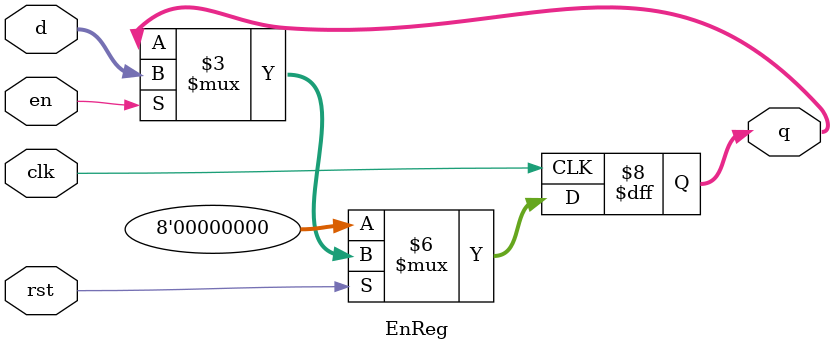
<source format=v>
`timescale 1ns / 1ps


module EnReg #(
    parameter DATA_WIDTH = 8
)(
    input en,
    input clk,
    input rst,
    input [DATA_WIDTH-1:0] d,
    output reg [DATA_WIDTH-1:0] q
);
   
    always@(negedge clk) begin
        if (!rst) begin
            q <= 0;
        end
        else if (en) begin
            q <= d;
        end
    end
    
endmodule

</source>
